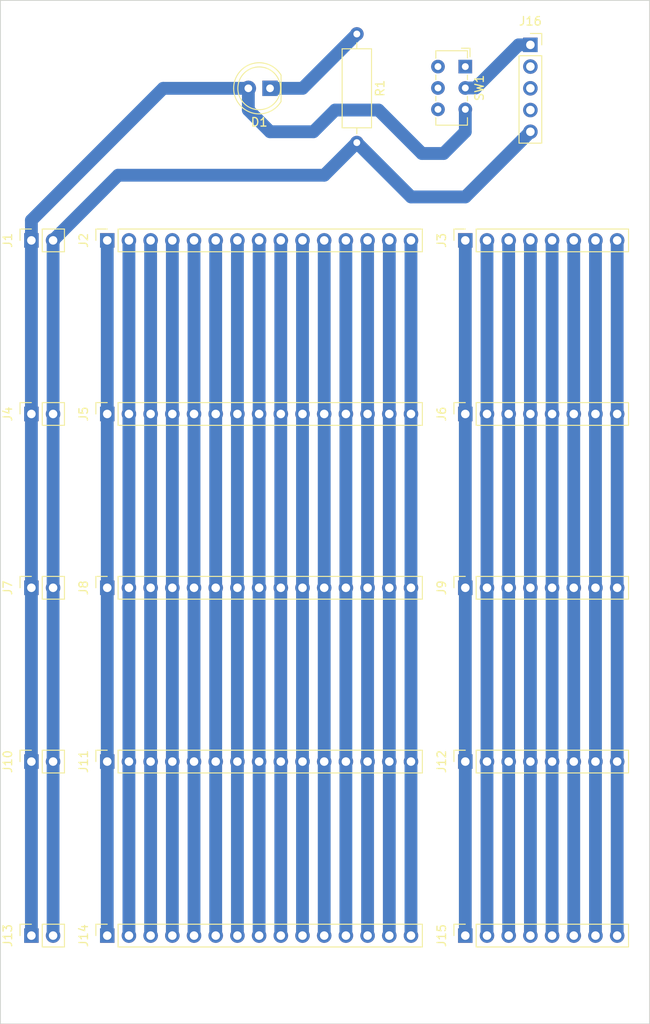
<source format=kicad_pcb>
(kicad_pcb (version 20211014) (generator pcbnew)
  (layers (0 "F.Cu" signal) (31 "B.Cu" signal) (34 "B.Paste" user) (35 "F.Paste" user) (36 "B.SilkS" user "B.Silkscreen") (37 "F.SilkS" user "F.Silkscreen") (38 "B.Mask" user) (39 "F.Mask" user) (44 "Edge.Cuts" user))
  (net 0 "")
  (net 1 "Net-(D1-Pad1)")
  (net 2 "VBUS")
  (net 3 "GND")
  (net 4 "A0")
  (net 5 "A1")
  (net 6 "A2")
  (net 7 "A3")
  (net 8 "A4")
  (net 9 "A5")
  (net 10 "A6")
  (net 11 "A7")
  (net 12 "A8")
  (net 13 "A9")
  (net 14 "A10")
  (net 15 "A11")
  (net 16 "A12")
  (net 17 "A13")
  (net 18 "A14")
  (net 19 "D0")
  (net 20 "D1")
  (net 21 "D2")
  (net 22 "D3")
  (net 23 "D4")
  (net 24 "D5")
  (net 25 "D6")
  (net 26 "D7")
  (net 27 "+5V")
  (footprint "Connector_PinSocket_2.54mm:PinSocket_1x05_P2.54mm_Vertical" (layer "F.Cu") (at 81.28 35.56)
    (fp_text reference "J16" (at 0 -2.77) (layer "F.SilkS"))
    (fp_text value "Conn_01x05_Male")
    (fp_line (start -1.33 1.27) (end 1.33 1.27) (layer "F.SilkS") (width 0.12))
    (fp_line (start -1.33 1.27) (end -1.33 11.49) (layer "F.SilkS") (width 0.12))
    (fp_line (start 0 -1.33) (end 1.33 -1.33) (layer "F.SilkS") (width 0.12))
    (fp_line (start -1.33 11.49) (end 1.33 11.49) (layer "F.SilkS") (width 0.12))
    (fp_line (start 1.33 -1.33) (end 1.33 0) (layer "F.SilkS") (width 0.12))
    (fp_line (start 1.33 1.27) (end 1.33 11.49) (layer "F.SilkS") (width 0.12))
    (pad "1" thru_hole rect locked (at 0 0) (size 1.7 1.7) (drill 1) (layers *.Cu *.Mask) (net 27 "+5V"))
    (pad "2" thru_hole oval locked (at 0 2.54) (size 1.7 1.7) (drill 1) (layers *.Cu *.Mask))
    (pad "3" thru_hole oval locked (at 0 5.08) (size 1.7 1.7) (drill 1) (layers *.Cu *.Mask))
    (pad "4" thru_hole oval locked (at 0 7.62) (size 1.7 1.7) (drill 1) (layers *.Cu *.Mask))
    (pad "5" thru_hole oval locked (at 0 10.16) (size 1.7 1.7) (drill 1) (layers *.Cu *.Mask) (net 3 "GND"))
  )
  (footprint "Connector_PinSocket_2.54mm:PinSocket_1x08_P2.54mm_Vertical" (layer "F.Cu") (at 73.66 58.42 90)
    (fp_text reference "J3" (at 0 -2.77 90) (layer "F.SilkS"))
    (fp_text value "Conn_01x08")
    (fp_line (start -1.33 1.27) (end -1.33 19.11) (layer "F.SilkS") (width 0.12))
    (fp_line (start 1.33 1.27) (end 1.33 19.11) (layer "F.SilkS") (width 0.12))
    (fp_line (start -1.33 1.27) (end 1.33 1.27) (layer "F.SilkS") (width 0.12))
    (fp_line (start 1.33 -1.33) (end 1.33 0) (layer "F.SilkS") (width 0.12))
    (fp_line (start -1.33 19.11) (end 1.33 19.11) (layer "F.SilkS") (width 0.12))
    (fp_line (start 0 -1.33) (end 1.33 -1.33) (layer "F.SilkS") (width 0.12))
    (pad "1" thru_hole rect locked (at 0 0 90) (size 1.7 1.7) (drill 1) (layers *.Cu *.Mask) (net 19 "D0"))
    (pad "2" thru_hole oval locked (at 0 2.54 90) (size 1.7 1.7) (drill 1) (layers *.Cu *.Mask) (net 20 "D1"))
    (pad "3" thru_hole oval locked (at 0 5.08 90) (size 1.7 1.7) (drill 1) (layers *.Cu *.Mask) (net 21 "D2"))
    (pad "4" thru_hole oval locked (at 0 7.62 90) (size 1.7 1.7) (drill 1) (layers *.Cu *.Mask) (net 22 "D3"))
    (pad "5" thru_hole oval locked (at 0 10.16 90) (size 1.7 1.7) (drill 1) (layers *.Cu *.Mask) (net 23 "D4"))
    (pad "6" thru_hole oval locked (at 0 12.7 90) (size 1.7 1.7) (drill 1) (layers *.Cu *.Mask) (net 24 "D5"))
    (pad "7" thru_hole oval locked (at 0 15.24 90) (size 1.7 1.7) (drill 1) (layers *.Cu *.Mask) (net 25 "D6"))
    (pad "8" thru_hole oval locked (at 0 17.78 90) (size 1.7 1.7) (drill 1) (layers *.Cu *.Mask) (net 26 "D7"))
  )
  (footprint "Connector_PinSocket_2.54mm:PinSocket_1x08_P2.54mm_Vertical" (layer "F.Cu") (at 73.66 99.035 90)
    (fp_text reference "J9" (at 0 -2.77 90) (layer "F.SilkS"))
    (fp_text value "Conn_01x08")
    (fp_line (start -1.33 19.11) (end 1.33 19.11) (layer "F.SilkS") (width 0.12))
    (fp_line (start 1.33 -1.33) (end 1.33 0) (layer "F.SilkS") (width 0.12))
    (fp_line (start -1.33 1.27) (end 1.33 1.27) (layer "F.SilkS") (width 0.12))
    (fp_line (start -1.33 1.27) (end -1.33 19.11) (layer "F.SilkS") (width 0.12))
    (fp_line (start 0 -1.33) (end 1.33 -1.33) (layer "F.SilkS") (width 0.12))
    (fp_line (start 1.33 1.27) (end 1.33 19.11) (layer "F.SilkS") (width 0.12))
    (pad "1" thru_hole rect locked (at 0 0 90) (size 1.7 1.7) (drill 1) (layers *.Cu *.Mask) (net 19 "D0"))
    (pad "2" thru_hole oval locked (at 0 2.54 90) (size 1.7 1.7) (drill 1) (layers *.Cu *.Mask) (net 20 "D1"))
    (pad "3" thru_hole oval locked (at 0 5.08 90) (size 1.7 1.7) (drill 1) (layers *.Cu *.Mask) (net 21 "D2"))
    (pad "4" thru_hole oval locked (at 0 7.62 90) (size 1.7 1.7) (drill 1) (layers *.Cu *.Mask) (net 22 "D3"))
    (pad "5" thru_hole oval locked (at 0 10.16 90) (size 1.7 1.7) (drill 1) (layers *.Cu *.Mask) (net 23 "D4"))
    (pad "6" thru_hole oval locked (at 0 12.7 90) (size 1.7 1.7) (drill 1) (layers *.Cu *.Mask) (net 24 "D5"))
    (pad "7" thru_hole oval locked (at 0 15.24 90) (size 1.7 1.7) (drill 1) (layers *.Cu *.Mask) (net 25 "D6"))
    (pad "8" thru_hole oval locked (at 0 17.78 90) (size 1.7 1.7) (drill 1) (layers *.Cu *.Mask) (net 26 "D7"))
  )
  (footprint "Connector_PinSocket_2.54mm:PinSocket_1x02_P2.54mm_Vertical" (layer "F.Cu") (at 22.86 58.42 90)
    (fp_text reference "J1" (at 0 -2.77 90) (layer "F.SilkS"))
    (fp_text value "Conn_01x02")
    (fp_line (start 1.33 -1.33) (end 1.33 0) (layer "F.SilkS") (width 0.12))
    (fp_line (start -1.33 3.87) (end 1.33 3.87) (layer "F.SilkS") (width 0.12))
    (fp_line (start -1.33 1.27) (end 1.33 1.27) (layer "F.SilkS") (width 0.12))
    (fp_line (start 0 -1.33) (end 1.33 -1.33) (layer "F.SilkS") (width 0.12))
    (fp_line (start -1.33 1.27) (end -1.33 3.87) (layer "F.SilkS") (width 0.12))
    (fp_line (start 1.33 1.27) (end 1.33 3.87) (layer "F.SilkS") (width 0.12))
    (pad "1" thru_hole rect locked (at 0 0 90) (size 1.7 1.7) (drill 1) (layers *.Cu *.Mask) (net 2 "VBUS"))
    (pad "2" thru_hole oval locked (at 0 2.54 90) (size 1.7 1.7) (drill 1) (layers *.Cu *.Mask) (net 3 "GND"))
  )
  (footprint "Connector_PinSocket_2.54mm:PinSocket_1x15_P2.54mm_Vertical" (layer "F.Cu") (at 31.74 99.035 90)
    (fp_text reference "J8" (at 0 -2.77 90) (layer "F.SilkS"))
    (fp_text value "Conn_01x15")
    (fp_line (start 1.33 -1.33) (end 1.33 0) (layer "F.SilkS") (width 0.12))
    (fp_line (start -1.33 1.27) (end -1.33 36.89) (layer "F.SilkS") (width 0.12))
    (fp_line (start 0 -1.33) (end 1.33 -1.33) (layer "F.SilkS") (width 0.12))
    (fp_line (start -1.33 1.27) (end 1.33 1.27) (layer "F.SilkS") (width 0.12))
    (fp_line (start -1.33 36.89) (end 1.33 36.89) (layer "F.SilkS") (width 0.12))
    (fp_line (start 1.33 1.27) (end 1.33 36.89) (layer "F.SilkS") (width 0.12))
    (pad "1" thru_hole rect locked (at 0 0 90) (size 1.7 1.7) (drill 1) (layers *.Cu *.Mask) (net 4 "A0"))
    (pad "2" thru_hole oval locked (at 0 2.54 90) (size 1.7 1.7) (drill 1) (layers *.Cu *.Mask) (net 5 "A1"))
    (pad "3" thru_hole oval locked (at 0 5.08 90) (size 1.7 1.7) (drill 1) (layers *.Cu *.Mask) (net 6 "A2"))
    (pad "4" thru_hole oval locked (at 0 7.62 90) (size 1.7 1.7) (drill 1) (layers *.Cu *.Mask) (net 7 "A3"))
    (pad "5" thru_hole oval locked (at 0 10.16 90) (size 1.7 1.7) (drill 1) (layers *.Cu *.Mask) (net 8 "A4"))
    (pad "6" thru_hole oval locked (at 0 12.7 90) (size 1.7 1.7) (drill 1) (layers *.Cu *.Mask) (net 9 "A5"))
    (pad "7" thru_hole oval locked (at 0 15.24 90) (size 1.7 1.7) (drill 1) (layers *.Cu *.Mask) (net 10 "A6"))
    (pad "8" thru_hole oval locked (at 0 17.78 90) (size 1.7 1.7) (drill 1) (layers *.Cu *.Mask) (net 11 "A7"))
    (pad "9" thru_hole oval locked (at 0 20.32 90) (size 1.7 1.7) (drill 1) (layers *.Cu *.Mask) (net 12 "A8"))
    (pad "10" thru_hole oval locked (at 0 22.86 90) (size 1.7 1.7) (drill 1) (layers *.Cu *.Mask) (net 13 "A9"))
    (pad "11" thru_hole oval locked (at 0 25.4 90) (size 1.7 1.7) (drill 1) (layers *.Cu *.Mask) (net 14 "A10"))
    (pad "12" thru_hole oval locked (at 0 27.94 90) (size 1.7 1.7) (drill 1) (layers *.Cu *.Mask) (net 15 "A11"))
    (pad "13" thru_hole oval locked (at 0 30.48 90) (size 1.7 1.7) (drill 1) (layers *.Cu *.Mask) (net 16 "A12"))
    (pad "14" thru_hole oval locked (at 0 33.02 90) (size 1.7 1.7) (drill 1) (layers *.Cu *.Mask) (net 17 "A13"))
    (pad "15" thru_hole oval locked (at 0 35.56 90) (size 1.7 1.7) (drill 1) (layers *.Cu *.Mask) (net 18 "A14"))
  )
  (footprint "Connector_PinSocket_2.54mm:PinSocket_1x08_P2.54mm_Vertical" (layer "F.Cu") (at 73.66 139.7 90)
    (fp_text reference "J15" (at 0 -2.77 90) (layer "F.SilkS"))
    (fp_text value "Conn_01x08")
    (fp_line (start -1.33 19.11) (end 1.33 19.11) (layer "F.SilkS") (width 0.12))
    (fp_line (start 0 -1.33) (end 1.33 -1.33) (layer "F.SilkS") (width 0.12))
    (fp_line (start 1.33 -1.33) (end 1.33 0) (layer "F.SilkS") (width 0.12))
    (fp_line (start -1.33 1.27) (end 1.33 1.27) (layer "F.SilkS") (width 0.12))
    (fp_line (start -1.33 1.27) (end -1.33 19.11) (layer "F.SilkS") (width 0.12))
    (fp_line (start 1.33 1.27) (end 1.33 19.11) (layer "F.SilkS") (width 0.12))
    (pad "1" thru_hole rect locked (at 0 0 90) (size 1.7 1.7) (drill 1) (layers *.Cu *.Mask) (net 19 "D0"))
    (pad "2" thru_hole oval locked (at 0 2.54 90) (size 1.7 1.7) (drill 1) (layers *.Cu *.Mask) (net 20 "D1"))
    (pad "3" thru_hole oval locked (at 0 5.08 90) (size 1.7 1.7) (drill 1) (layers *.Cu *.Mask) (net 21 "D2"))
    (pad "4" thru_hole oval locked (at 0 7.62 90) (size 1.7 1.7) (drill 1) (layers *.Cu *.Mask) (net 22 "D3"))
    (pad "5" thru_hole oval locked (at 0 10.16 90) (size 1.7 1.7) (drill 1) (layers *.Cu *.Mask) (net 23 "D4"))
    (pad "6" thru_hole oval locked (at 0 12.7 90) (size 1.7 1.7) (drill 1) (layers *.Cu *.Mask) (net 24 "D5"))
    (pad "7" thru_hole oval locked (at 0 15.24 90) (size 1.7 1.7) (drill 1) (layers *.Cu *.Mask) (net 25 "D6"))
    (pad "8" thru_hole oval locked (at 0 17.78 90) (size 1.7 1.7) (drill 1) (layers *.Cu *.Mask) (net 26 "D7"))
  )
  (footprint "Button_Switch_THT:SW_E-Switch_EG1271_DPDT" (layer "F.Cu") (at 73.66 38.1 -90)
    (fp_text reference "SW1" (at 2.5 -1.65 90) (layer "F.SilkS"))
    (fp_text value "SW_Push_DPDT")
    (fp_line (start -2.15 -0.55) (end -1.15 -0.55) (layer "F.SilkS") (width 0.12))
    (fp_line (start 1 -0.25) (end 1.53 -0.25) (layer "F.SilkS") (width 0.12))
    (fp_line (start 3.47 -0.25) (end 4.03 -0.25) (layer "F.SilkS") (width 0.12))
    (fp_line (start 6.85 -0.25) (end 6.85 3.45) (layer "F.SilkS") (width 0.12))
    (fp_line (start 4.02 3.45) (end 3.47 3.45) (layer "F.SilkS") (width 0.12))
    (fp_line (start -1.85 -0.25) (end -1 -0.25) (layer "F.SilkS") (width 0.12))
    (fp_line (start 5.97 -0.25) (end 6.85 -0.25) (layer "F.SilkS") (width 0.12))
    (fp_line (start -1.85 3.45) (end -1.85 -0.25) (layer "F.SilkS") (width 0.12))
    (fp_line (start 6.85 3.45) (end 5.98 3.45) (layer "F.SilkS") (width 0.12))
    (fp_line (start 1.53 3.45) (end 0.97 3.45) (layer "F.SilkS") (width 0.12))
    (fp_line (start -0.97 3.45) (end -1.85 3.45) (layer "F.SilkS") (width 0.12))
    (fp_line (start -2.15 0.45) (end -2.15 -0.55) (layer "F.SilkS") (width 0.12))
    (pad "1" thru_hole rect locked (at 0 0 270) (size 1.6 1.6) (drill 0.8) (layers *.Cu *.Mask))
    (pad "2" thru_hole circle locked (at 2.5 0 270) (size 1.6 1.6) (drill 0.8) (layers *.Cu *.Mask) (net 27 "+5V"))
    (pad "3" thru_hole circle locked (at 5 0 270) (size 1.6 1.6) (drill 0.8) (layers *.Cu *.Mask) (net 2 "VBUS"))
    (pad "4" thru_hole circle locked (at 0 3.2 270) (size 1.6 1.6) (drill 0.8) (layers *.Cu *.Mask))
    (pad "5" thru_hole circle locked (at 2.5 3.2 270) (size 1.6 1.6) (drill 0.8) (layers *.Cu *.Mask))
    (pad "6" thru_hole circle locked (at 5 3.2 270) (size 1.6 1.6) (drill 0.8) (layers *.Cu *.Mask))
  )
  (footprint "LED_THT:LED_D5.0mm" (layer "F.Cu") (at 50.8 40.64 180)
    (fp_text reference "D1" (at 1.27 -3.96) (layer "F.SilkS"))
    (fp_text value "LED")
    (fp_line (start -1.29 -1.545) (end -1.29 1.545) (layer "F.SilkS") (width 0.12))
    (fp_arc (start -1.29 -1.54483) (mid 2.072002 -2.880433) (end 4.26 0.000462) (layer "F.SilkS") (width 0.12))
    (fp_arc (start 4.26 -0.000462) (mid 2.072002 2.880433) (end -1.29 1.54483) (layer "F.SilkS") (width 0.12))
    (fp_circle (center 1.27 0) (end 3.77 0) (layer "F.SilkS") (width 0.12) (fill none))
    (pad "1" thru_hole rect locked (at 0 0 180) (size 1.8 1.8) (drill 0.9) (layers *.Cu *.Mask) (net 1 "Net-(D1-Pad1)"))
    (pad "2" thru_hole circle locked (at 2.54 0 180) (size 1.8 1.8) (drill 0.9) (layers *.Cu *.Mask) (net 2 "VBUS"))
  )
  (footprint "Connector_PinSocket_2.54mm:PinSocket_1x15_P2.54mm_Vertical" (layer "F.Cu") (at 31.74 119.355 90)
    (fp_text reference "J11" (at 0 -2.77 90) (layer "F.SilkS"))
    (fp_text value "Conn_01x15")
    (fp_line (start 1.33 -1.33) (end 1.33 0) (layer "F.SilkS") (width 0.12))
    (fp_line (start -1.33 1.27) (end 1.33 1.27) (layer "F.SilkS") (width 0.12))
    (fp_line (start 0 -1.33) (end 1.33 -1.33) (layer "F.SilkS") (width 0.12))
    (fp_line (start -1.33 1.27) (end -1.33 36.89) (layer "F.SilkS") (width 0.12))
    (fp_line (start 1.33 1.27) (end 1.33 36.89) (layer "F.SilkS") (width 0.12))
    (fp_line (start -1.33 36.89) (end 1.33 36.89) (layer "F.SilkS") (width 0.12))
    (pad "1" thru_hole rect locked (at 0 0 90) (size 1.7 1.7) (drill 1) (layers *.Cu *.Mask) (net 4 "A0"))
    (pad "2" thru_hole oval locked (at 0 2.54 90) (size 1.7 1.7) (drill 1) (layers *.Cu *.Mask) (net 5 "A1"))
    (pad "3" thru_hole oval locked (at 0 5.08 90) (size 1.7 1.7) (drill 1) (layers *.Cu *.Mask) (net 6 "A2"))
    (pad "4" thru_hole oval locked (at 0 7.62 90) (size 1.7 1.7) (drill 1) (layers *.Cu *.Mask) (net 7 "A3"))
    (pad "5" thru_hole oval locked (at 0 10.16 90) (size 1.7 1.7) (drill 1) (layers *.Cu *.Mask) (net 8 "A4"))
    (pad "6" thru_hole oval locked (at 0 12.7 90) (size 1.7 1.7) (drill 1) (layers *.Cu *.Mask) (net 9 "A5"))
    (pad "7" thru_hole oval locked (at 0 15.24 90) (size 1.7 1.7) (drill 1) (layers *.Cu *.Mask) (net 10 "A6"))
    (pad "8" thru_hole oval locked (at 0 17.78 90) (size 1.7 1.7) (drill 1) (layers *.Cu *.Mask) (net 11 "A7"))
    (pad "9" thru_hole oval locked (at 0 20.32 90) (size 1.7 1.7) (drill 1) (layers *.Cu *.Mask) (net 12 "A8"))
    (pad "10" thru_hole oval locked (at 0 22.86 90) (size 1.7 1.7) (drill 1) (layers *.Cu *.Mask) (net 13 "A9"))
    (pad "11" thru_hole oval locked (at 0 25.4 90) (size 1.7 1.7) (drill 1) (layers *.Cu *.Mask) (net 14 "A10"))
    (pad "12" thru_hole oval locked (at 0 27.94 90) (size 1.7 1.7) (drill 1) (layers *.Cu *.Mask) (net 15 "A11"))
    (pad "13" thru_hole oval locked (at 0 30.48 90) (size 1.7 1.7) (drill 1) (layers *.Cu *.Mask) (net 16 "A12"))
    (pad "14" thru_hole oval locked (at 0 33.02 90) (size 1.7 1.7) (drill 1) (layers *.Cu *.Mask) (net 17 "A13"))
    (pad "15" thru_hole oval locked (at 0 35.56 90) (size 1.7 1.7) (drill 1) (layers *.Cu *.Mask) (net 18 "A14"))
  )
  (footprint "Connector_PinSocket_2.54mm:PinSocket_1x15_P2.54mm_Vertical" (layer "F.Cu") (at 31.74 58.42 90)
    (fp_text reference "J2" (at 0 -2.77 90) (layer "F.SilkS"))
    (fp_text value "Conn_01x15")
    (fp_line (start -1.33 1.27) (end 1.33 1.27) (layer "F.SilkS") (width 0.12))
    (fp_line (start 1.33 1.27) (end 1.33 36.89) (layer "F.SilkS") (width 0.12))
    (fp_line (start -1.33 1.27) (end -1.33 36.89) (layer "F.SilkS") (width 0.12))
    (fp_line (start -1.33 36.89) (end 1.33 36.89) (layer "F.SilkS") (width 0.12))
    (fp_line (start 1.33 -1.33) (end 1.33 0) (layer "F.SilkS") (width 0.12))
    (fp_line (start 0 -1.33) (end 1.33 -1.33) (layer "F.SilkS") (width 0.12))
    (pad "1" thru_hole rect locked (at 0 0 90) (size 1.7 1.7) (drill 1) (layers *.Cu *.Mask) (net 4 "A0"))
    (pad "2" thru_hole oval locked (at 0 2.54 90) (size 1.7 1.7) (drill 1) (layers *.Cu *.Mask) (net 5 "A1"))
    (pad "3" thru_hole oval locked (at 0 5.08 90) (size 1.7 1.7) (drill 1) (layers *.Cu *.Mask) (net 6 "A2"))
    (pad "4" thru_hole oval locked (at 0 7.62 90) (size 1.7 1.7) (drill 1) (layers *.Cu *.Mask) (net 7 "A3"))
    (pad "5" thru_hole oval locked (at 0 10.16 90) (size 1.7 1.7) (drill 1) (layers *.Cu *.Mask) (net 8 "A4"))
    (pad "6" thru_hole oval locked (at 0 12.7 90) (size 1.7 1.7) (drill 1) (layers *.Cu *.Mask) (net 9 "A5"))
    (pad "7" thru_hole oval locked (at 0 15.24 90) (size 1.7 1.7) (drill 1) (layers *.Cu *.Mask) (net 10 "A6"))
    (pad "8" thru_hole oval locked (at 0 17.78 90) (size 1.7 1.7) (drill 1) (layers *.Cu *.Mask) (net 11 "A7"))
    (pad "9" thru_hole oval locked (at 0 20.32 90) (size 1.7 1.7) (drill 1) (layers *.Cu *.Mask) (net 12 "A8"))
    (pad "10" thru_hole oval locked (at 0 22.86 90) (size 1.7 1.7) (drill 1) (layers *.Cu *.Mask) (net 13 "A9"))
    (pad "11" thru_hole oval locked (at 0 25.4 90) (size 1.7 1.7) (drill 1) (layers *.Cu *.Mask) (net 14 "A10"))
    (pad "12" thru_hole oval locked (at 0 27.94 90) (size 1.7 1.7) (drill 1) (layers *.Cu *.Mask) (net 15 "A11"))
    (pad "13" thru_hole oval locked (at 0 30.48 90) (size 1.7 1.7) (drill 1) (layers *.Cu *.Mask) (net 16 "A12"))
    (pad "14" thru_hole oval locked (at 0 33.02 90) (size 1.7 1.7) (drill 1) (layers *.Cu *.Mask) (net 17 "A13"))
    (pad "15" thru_hole oval locked (at 0 35.56 90) (size 1.7 1.7) (drill 1) (layers *.Cu *.Mask) (net 18 "A14"))
  )
  (footprint "Connector_PinSocket_2.54mm:PinSocket_1x02_P2.54mm_Vertical" (layer "F.Cu") (at 22.86 78.715 90)
    (fp_text reference "J4" (at 0 -2.77 90) (layer "F.SilkS"))
    (fp_text value "Conn_01x02")
    (fp_line (start 0 -1.33) (end 1.33 -1.33) (layer "F.SilkS") (width 0.12))
    (fp_line (start -1.33 1.27) (end -1.33 3.87) (layer "F.SilkS") (width 0.12))
    (fp_line (start 1.33 1.27) (end 1.33 3.87) (layer "F.SilkS") (width 0.12))
    (fp_line (start -1.33 1.27) (end 1.33 1.27) (layer "F.SilkS") (width 0.12))
    (fp_line (start 1.33 -1.33) (end 1.33 0) (layer "F.SilkS") (width 0.12))
    (fp_line (start -1.33 3.87) (end 1.33 3.87) (layer "F.SilkS") (width 0.12))
    (pad "1" thru_hole rect locked (at 0 0 90) (size 1.7 1.7) (drill 1) (layers *.Cu *.Mask) (net 2 "VBUS"))
    (pad "2" thru_hole oval locked (at 0 2.54 90) (size 1.7 1.7) (drill 1) (layers *.Cu *.Mask) (net 3 "GND"))
  )
  (footprint "Connector_PinSocket_2.54mm:PinSocket_1x15_P2.54mm_Vertical" (layer "F.Cu") (at 31.74 139.7 90)
    (fp_text reference "J14" (at 0 -2.77 90) (layer "F.SilkS"))
    (fp_text value "Conn_01x15")
    (fp_line (start -1.33 1.27) (end -1.33 36.89) (layer "F.SilkS") (width 0.12))
    (fp_line (start -1.33 36.89) (end 1.33 36.89) (layer "F.SilkS") (width 0.12))
    (fp_line (start 0 -1.33) (end 1.33 -1.33) (layer "F.SilkS") (width 0.12))
    (fp_line (start 1.33 1.27) (end 1.33 36.89) (layer "F.SilkS") (width 0.12))
    (fp_line (start -1.33 1.27) (end 1.33 1.27) (layer "F.SilkS") (width 0.12))
    (fp_line (start 1.33 -1.33) (end 1.33 0) (layer "F.SilkS") (width 0.12))
    (pad "1" thru_hole rect locked (at 0 0 90) (size 1.7 1.7) (drill 1) (layers *.Cu *.Mask) (net 4 "A0"))
    (pad "2" thru_hole oval locked (at 0 2.54 90) (size 1.7 1.7) (drill 1) (layers *.Cu *.Mask) (net 5 "A1"))
    (pad "3" thru_hole oval locked (at 0 5.08 90) (size 1.7 1.7) (drill 1) (layers *.Cu *.Mask) (net 6 "A2"))
    (pad "4" thru_hole oval locked (at 0 7.62 90) (size 1.7 1.7) (drill 1) (layers *.Cu *.Mask) (net 7 "A3"))
    (pad "5" thru_hole oval locked (at 0 10.16 90) (size 1.7 1.7) (drill 1) (layers *.Cu *.Mask) (net 8 "A4"))
    (pad "6" thru_hole oval locked (at 0 12.7 90) (size 1.7 1.7) (drill 1) (layers *.Cu *.Mask) (net 9 "A5"))
    (pad "7" thru_hole oval locked (at 0 15.24 90) (size 1.7 1.7) (drill 1) (layers *.Cu *.Mask) (net 10 "A6"))
    (pad "8" thru_hole oval locked (at 0 17.78 90) (size 1.7 1.7) (drill 1) (layers *.Cu *.Mask) (net 11 "A7"))
    (pad "9" thru_hole oval locked (at 0 20.32 90) (size 1.7 1.7) (drill 1) (layers *.Cu *.Mask) (net 12 "A8"))
    (pad "10" thru_hole oval locked (at 0 22.86 90) (size 1.7 1.7) (drill 1) (layers *.Cu *.Mask) (net 13 "A9"))
    (pad "11" thru_hole oval locked (at 0 25.4 90) (size 1.7 1.7) (drill 1) (layers *.Cu *.Mask) (net 14 "A10"))
    (pad "12" thru_hole oval locked (at 0 27.94 90) (size 1.7 1.7) (drill 1) (layers *.Cu *.Mask) (net 15 "A11"))
    (pad "13" thru_hole oval locked (at 0 30.48 90) (size 1.7 1.7) (drill 1) (layers *.Cu *.Mask) (net 16 "A12"))
    (pad "14" thru_hole oval locked (at 0 33.02 90) (size 1.7 1.7) (drill 1) (layers *.Cu *.Mask) (net 17 "A13"))
    (pad "15" thru_hole oval locked (at 0 35.56 90) (size 1.7 1.7) (drill 1) (layers *.Cu *.Mask) (net 18 "A14"))
  )
  (footprint "Connector_PinSocket_2.54mm:PinSocket_1x08_P2.54mm_Vertical" (layer "F.Cu") (at 73.66 119.355 90)
    (fp_text reference "J12" (at 0 -2.77 90) (layer "F.SilkS"))
    (fp_text value "Conn_01x08")
    (fp_line (start -1.33 1.27) (end -1.33 19.11) (layer "F.SilkS") (width 0.12))
    (fp_line (start -1.33 1.27) (end 1.33 1.27) (layer "F.SilkS") (width 0.12))
    (fp_line (start -1.33 19.11) (end 1.33 19.11) (layer "F.SilkS") (width 0.12))
    (fp_line (start 0 -1.33) (end 1.33 -1.33) (layer "F.SilkS") (width 0.12))
    (fp_line (start 1.33 1.27) (end 1.33 19.11) (layer "F.SilkS") (width 0.12))
    (fp_line (start 1.33 -1.33) (end 1.33 0) (layer "F.SilkS") (width 0.12))
    (pad "1" thru_hole rect locked (at 0 0 90) (size 1.7 1.7) (drill 1) (layers *.Cu *.Mask) (net 19 "D0"))
    (pad "2" thru_hole oval locked (at 0 2.54 90) (size 1.7 1.7) (drill 1) (layers *.Cu *.Mask) (net 20 "D1"))
    (pad "3" thru_hole oval locked (at 0 5.08 90) (size 1.7 1.7) (drill 1) (layers *.Cu *.Mask) (net 21 "D2"))
    (pad "4" thru_hole oval locked (at 0 7.62 90) (size 1.7 1.7) (drill 1) (layers *.Cu *.Mask) (net 22 "D3"))
    (pad "5" thru_hole oval locked (at 0 10.16 90) (size 1.7 1.7) (drill 1) (layers *.Cu *.Mask) (net 23 "D4"))
    (pad "6" thru_hole oval locked (at 0 12.7 90) (size 1.7 1.7) (drill 1) (layers *.Cu *.Mask) (net 24 "D5"))
    (pad "7" thru_hole oval locked (at 0 15.24 90) (size 1.7 1.7) (drill 1) (layers *.Cu *.Mask) (net 25 "D6"))
    (pad "8" thru_hole oval locked (at 0 17.78 90) (size 1.7 1.7) (drill 1) (layers *.Cu *.Mask) (net 26 "D7"))
  )
  (footprint "Connector_PinSocket_2.54mm:PinSocket_1x08_P2.54mm_Vertical" (layer "F.Cu") (at 73.66 78.715 90)
    (fp_text reference "J6" (at 0 -2.77 90) (layer "F.SilkS"))
    (fp_text value "Conn_01x08")
    (fp_line (start -1.33 1.27) (end 1.33 1.27) (layer "F.SilkS") (width 0.12))
    (fp_line (start 1.33 1.27) (end 1.33 19.11) (layer "F.SilkS") (width 0.12))
    (fp_line (start 1.33 -1.33) (end 1.33 0) (layer "F.SilkS") (width 0.12))
    (fp_line (start -1.33 1.27) (end -1.33 19.11) (layer "F.SilkS") (width 0.12))
    (fp_line (start 0 -1.33) (end 1.33 -1.33) (layer "F.SilkS") (width 0.12))
    (fp_line (start -1.33 19.11) (end 1.33 19.11) (layer "F.SilkS") (width 0.12))
    (pad "1" thru_hole rect locked (at 0 0 90) (size 1.7 1.7) (drill 1) (layers *.Cu *.Mask) (net 19 "D0"))
    (pad "2" thru_hole oval locked (at 0 2.54 90) (size 1.7 1.7) (drill 1) (layers *.Cu *.Mask) (net 20 "D1"))
    (pad "3" thru_hole oval locked (at 0 5.08 90) (size 1.7 1.7) (drill 1) (layers *.Cu *.Mask) (net 21 "D2"))
    (pad "4" thru_hole oval locked (at 0 7.62 90) (size 1.7 1.7) (drill 1) (layers *.Cu *.Mask) (net 22 "D3"))
    (pad "5" thru_hole oval locked (at 0 10.16 90) (size 1.7 1.7) (drill 1) (layers *.Cu *.Mask) (net 23 "D4"))
    (pad "6" thru_hole oval locked (at 0 12.7 90) (size 1.7 1.7) (drill 1) (layers *.Cu *.Mask) (net 24 "D5"))
    (pad "7" thru_hole oval locked (at 0 15.24 90) (size 1.7 1.7) (drill 1) (layers *.Cu *.Mask) (net 25 "D6"))
    (pad "8" thru_hole oval locked (at 0 17.78 90) (size 1.7 1.7) (drill 1) (layers *.Cu *.Mask) (net 26 "D7"))
  )
  (footprint "Connector_PinSocket_2.54mm:PinSocket_1x02_P2.54mm_Vertical" (layer "F.Cu") (at 22.86 99.035 90)
    (fp_text reference "J7" (at 0 -2.77 90) (layer "F.SilkS"))
    (fp_text value "Conn_01x02")
    (fp_line (start 1.33 1.27) (end 1.33 3.87) (layer "F.SilkS") (width 0.12))
    (fp_line (start 0 -1.33) (end 1.33 -1.33) (layer "F.SilkS") (width 0.12))
    (fp_line (start -1.33 1.27) (end 1.33 1.27) (layer "F.SilkS") (width 0.12))
    (fp_line (start 1.33 -1.33) (end 1.33 0) (layer "F.SilkS") (width 0.12))
    (fp_line (start -1.33 3.87) (end 1.33 3.87) (layer "F.SilkS") (width 0.12))
    (fp_line (start -1.33 1.27) (end -1.33 3.87) (layer "F.SilkS") (width 0.12))
    (pad "1" thru_hole rect locked (at 0 0 90) (size 1.7 1.7) (drill 1) (layers *.Cu *.Mask) (net 2 "VBUS"))
    (pad "2" thru_hole oval locked (at 0 2.54 90) (size 1.7 1.7) (drill 1) (layers *.Cu *.Mask) (net 3 "GND"))
  )
  (footprint "Connector_PinSocket_2.54mm:PinSocket_1x15_P2.54mm_Vertical" (layer "F.Cu") (at 31.74 78.715 90)
    (fp_text reference "J5" (at 0 -2.77 90) (layer "F.SilkS"))
    (fp_text value "Conn_01x15")
    (fp_line (start -1.33 1.27) (end -1.33 36.89) (layer "F.SilkS") (width 0.12))
    (fp_line (start 1.33 1.27) (end 1.33 36.89) (layer "F.SilkS") (width 0.12))
    (fp_line (start 1.33 -1.33) (end 1.33 0) (layer "F.SilkS") (width 0.12))
    (fp_line (start -1.33 36.89) (end 1.33 36.89) (layer "F.SilkS") (width 0.12))
    (fp_line (start -1.33 1.27) (end 1.33 1.27) (layer "F.SilkS") (width 0.12))
    (fp_line (start 0 -1.33) (end 1.33 -1.33) (layer "F.SilkS") (width 0.12))
    (pad "1" thru_hole rect locked (at 0 0 90) (size 1.7 1.7) (drill 1) (layers *.Cu *.Mask) (net 4 "A0"))
    (pad "2" thru_hole oval locked (at 0 2.54 90) (size 1.7 1.7) (drill 1) (layers *.Cu *.Mask) (net 5 "A1"))
    (pad "3" thru_hole oval locked (at 0 5.08 90) (size 1.7 1.7) (drill 1) (layers *.Cu *.Mask) (net 6 "A2"))
    (pad "4" thru_hole oval locked (at 0 7.62 90) (size 1.7 1.7) (drill 1) (layers *.Cu *.Mask) (net 7 "A3"))
    (pad "5" thru_hole oval locked (at 0 10.16 90) (size 1.7 1.7) (drill 1) (layers *.Cu *.Mask) (net 8 "A4"))
    (pad "6" thru_hole oval locked (at 0 12.7 90) (size 1.7 1.7) (drill 1) (layers *.Cu *.Mask) (net 9 "A5"))
    (pad "7" thru_hole oval locked (at 0 15.24 90) (size 1.7 1.7) (drill 1) (layers *.Cu *.Mask) (net 10 "A6"))
    (pad "8" thru_hole oval locked (at 0 17.78 90) (size 1.7 1.7) (drill 1) (layers *.Cu *.Mask) (net 11 "A7"))
    (pad "9" thru_hole oval locked (at 0 20.32 90) (size 1.7 1.7) (drill 1) (layers *.Cu *.Mask) (net 12 "A8"))
    (pad "10" thru_hole oval locked (at 0 22.86 90) (size 1.7 1.7) (drill 1) (layers *.Cu *.Mask) (net 13 "A9"))
    (pad "11" thru_hole oval locked (at 0 25.4 90) (size 1.7 1.7) (drill 1) (layers *.Cu *.Mask) (net 14 "A10"))
    (pad "12" thru_hole oval locked (at 0 27.94 90) (size 1.7 1.7) (drill 1) (layers *.Cu *.Mask) (net 15 "A11"))
    (pad "13" thru_hole oval locked (at 0 30.48 90) (size 1.7 1.7) (drill 1) (layers *.Cu *.Mask) (net 16 "A12"))
    (pad "14" thru_hole oval locked (at 0 33.02 90) (size 1.7 1.7) (drill 1) (layers *.Cu *.Mask) (net 17 "A13"))
    (pad "15" thru_hole oval locked (at 0 35.56 90) (size 1.7 1.7) (drill 1) (layers *.Cu *.Mask) (net 18 "A14"))
  )
  (footprint "Resistor_THT:R_Axial_DIN0309_L9.0mm_D3.2mm_P12.70mm_Horizontal" (layer "F.Cu") (at 60.96 34.29 -90)
    (fp_text reference "R1" (at 6.35 -2.72 90) (layer "F.SilkS"))
    (fp_text value "220")
    (fp_line (start 1.04 0) (end 1.73 0) (layer "F.SilkS") (width 0.12))
    (fp_line (start 11.66 0) (end 10.97 0) (layer "F.SilkS") (width 0.12))
    (fp_line (start 1.73 -1.72) (end 1.73 1.72) (layer "F.SilkS") (width 0.12))
    (fp_line (start 1.73 1.72) (end 10.97 1.72) (layer "F.SilkS") (width 0.12))
    (fp_line (start 10.97 -1.72) (end 1.73 -1.72) (layer "F.SilkS") (width 0.12))
    (fp_line (start 10.97 1.72) (end 10.97 -1.72) (layer "F.SilkS") (width 0.12))
    (pad "1" thru_hole circle locked (at 0 0 270) (size 1.6 1.6) (drill 0.8) (layers *.Cu *.Mask) (net 1 "Net-(D1-Pad1)"))
    (pad "2" thru_hole oval locked (at 12.7 0 270) (size 1.6 1.6) (drill 0.8) (layers *.Cu *.Mask) (net 3 "GND"))
  )
  (footprint "Connector_PinSocket_2.54mm:PinSocket_1x02_P2.54mm_Vertical" (layer "F.Cu") (at 22.86 119.355 90)
    (fp_text reference "J10" (at 0 -2.77 90) (layer "F.SilkS"))
    (fp_text value "Conn_01x02")
    (fp_line (start 1.33 -1.33) (end 1.33 0) (layer "F.SilkS") (width 0.12))
    (fp_line (start -1.33 1.27) (end -1.33 3.87) (layer "F.SilkS") (width 0.12))
    (fp_line (start -1.33 3.87) (end 1.33 3.87) (layer "F.SilkS") (width 0.12))
    (fp_line (start 0 -1.33) (end 1.33 -1.33) (layer "F.SilkS") (width 0.12))
    (fp_line (start -1.33 1.27) (end 1.33 1.27) (layer "F.SilkS") (width 0.12))
    (fp_line (start 1.33 1.27) (end 1.33 3.87) (layer "F.SilkS") (width 0.12))
    (pad "1" thru_hole rect locked (at 0 0 90) (size 1.7 1.7) (drill 1) (layers *.Cu *.Mask) (net 2 "VBUS"))
    (pad "2" thru_hole oval locked (at 0 2.54 90) (size 1.7 1.7) (drill 1) (layers *.Cu *.Mask) (net 3 "GND"))
  )
  (footprint "Connector_PinSocket_2.54mm:PinSocket_1x02_P2.54mm_Vertical" (layer "F.Cu") (at 22.86 139.7 90)
    (fp_text reference "J13" (at 0 -2.77 90) (layer "F.SilkS"))
    (fp_text value "Conn_01x02")
    (fp_line (start 0 -1.33) (end 1.33 -1.33) (layer "F.SilkS") (width 0.12))
    (fp_line (start -1.33 1.27) (end 1.33 1.27) (layer "F.SilkS") (width 0.12))
    (fp_line (start -1.33 3.87) (end 1.33 3.87) (layer "F.SilkS") (width 0.12))
    (fp_line (start 1.33 -1.33) (end 1.33 0) (layer "F.SilkS") (width 0.12))
    (fp_line (start -1.33 1.27) (end -1.33 3.87) (layer "F.SilkS") (width 0.12))
    (fp_line (start 1.33 1.27) (end 1.33 3.87) (layer "F.SilkS") (width 0.12))
    (pad "1" thru_hole rect locked (at 0 0 90) (size 1.7 1.7) (drill 1) (layers *.Cu *.Mask) (net 2 "VBUS"))
    (pad "2" thru_hole oval locked (at 0 2.54 90) (size 1.7 1.7) (drill 1) (layers *.Cu *.Mask) (net 3 "GND"))
  )
  (gr_rect (start 19.235 30.365) (end 95.235 150.025) (layer "Edge.Cuts") (width 0.1) (fill none))
  (segment (start 50.8 40.64) (end 54.61 40.64) (width 1.5) (layer "B.Cu") (net 1))
  (segment (start 54.61 40.64) (end 60.96 34.29) (width 1.5) (layer "B.Cu") (net 1))
  (segment (start 48.26 43.18) (end 48.26 40.64) (width 1.5) (layer "B.Cu") (net 2))
  (segment (start 73.66 43.1) (end 73.66 45.72) (width 1.5) (layer "B.Cu") (net 2))
  (segment (start 68.58 48.26) (end 63.5 43.18) (width 1.5) (layer "B.Cu") (net 2))
  (segment (start 50.8 45.72) (end 48.26 43.18) (width 1.5) (layer "B.Cu") (net 2))
  (segment (start 22.86 58.42) (end 22.86 56.07) (width 1.5) (layer "B.Cu") (net 2))
  (segment (start 73.66 45.72) (end 71.12 48.26) (width 1.5) (layer "B.Cu") (net 2))
  (segment (start 71.12 48.26) (end 68.58 48.26) (width 1.5) (layer "B.Cu") (net 2))
  (segment (start 38.29 40.64) (end 48.26 40.64) (width 1.5) (layer "B.Cu") (net 2))
  (segment (start 55.88 45.72) (end 50.8 45.72) (width 1.5) (layer "B.Cu") (net 2))
  (segment (start 22.86 58.42) (end 22.86 139.7) (width 1.5) (layer "B.Cu") (net 2))
  (segment (start 63.5 43.18) (end 58.42 43.18) (width 1.5) (layer "B.Cu") (net 2))
  (segment (start 58.42 43.18) (end 55.88 45.72) (width 1.5) (layer "B.Cu") (net 2))
  (segment (start 22.86 56.07) (end 38.29 40.64) (width 1.5) (layer "B.Cu") (net 2))
  (segment (start 81.28 45.72) (end 73.66 53.34) (width 1.5) (layer "B.Cu") (net 3))
  (segment (start 57.15 50.8) (end 33.02 50.8) (width 1.5) (layer "B.Cu") (net 3))
  (segment (start 33.02 50.8) (end 25.4 58.42) (width 1.5) (layer "B.Cu") (net 3))
  (segment (start 73.66 53.34) (end 67.31 53.34) (width 1.5) (layer "B.Cu") (net 3))
  (segment (start 67.31 53.34) (end 60.96 46.99) (width 1.5) (layer "B.Cu") (net 3))
  (segment (start 25.4 58.42) (end 25.4 139.7) (width 1.5) (layer "B.Cu") (net 3))
  (segment (start 60.96 46.99) (end 57.15 50.8) (width 1.5) (layer "B.Cu") (net 3))
  (segment (start 31.74 58.42) (end 31.74 139.7) (width 1.5) (layer "B.Cu") (net 4))
  (segment (start 34.28 139.7) (end 34.28 58.42) (width 1.5) (layer "B.Cu") (net 5))
  (segment (start 36.82 58.42) (end 36.82 139.7) (width 1.5) (layer "B.Cu") (net 6))
  (segment (start 39.36 139.7) (end 39.36 58.42) (width 1.5) (layer "B.Cu") (net 7))
  (segment (start 41.9 58.42) (end 41.9 139.7) (width 1.5) (layer "B.Cu") (net 8))
  (segment (start 44.44 139.7) (end 44.44 58.42) (width 1.5) (layer "B.Cu") (net 9))
  (segment (start 46.98 58.42) (end 46.98 139.7) (width 1.5) (layer "B.Cu") (net 10))
  (segment (start 49.52 139.7) (end 49.52 58.42) (width 1.5) (layer "B.Cu") (net 11))
  (segment (start 52.06 58.42) (end 52.06 139.7) (width 1.5) (layer "B.Cu") (net 12))
  (segment (start 54.6 139.7) (end 54.6 58.42) (width 1.5) (layer "B.Cu") (net 13))
  (segment (start 57.14 58.42) (end 57.14 139.7) (width 1.5) (layer "B.Cu") (net 14))
  (segment (start 59.68 139.7) (end 59.68 58.42) (width 1.5) (layer "B.Cu") (net 15))
  (segment (start 62.22 58.42) (end 62.22 139.7) (width 1.5) (layer "B.Cu") (net 16))
  (segment (start 64.76 139.7) (end 64.76 58.42) (width 1.5) (layer "B.Cu") (net 17))
  (segment (start 67.3 58.42) (end 67.3 139.7) (width 1.5) (layer "B.Cu") (net 18))
  (segment (start 73.66 58.42) (end 73.66 139.7) (width 1.5) (layer "B.Cu") (net 19))
  (segment (start 76.2 139.7) (end 76.2 58.42) (width 1.5) (layer "B.Cu") (net 20))
  (segment (start 78.74 58.42) (end 78.74 139.7) (width 1.5) (layer "B.Cu") (net 21))
  (segment (start 81.28 58.42) (end 81.28 139.7) (width 1.5) (layer "B.Cu") (net 22))
  (segment (start 83.82 139.7) (end 83.82 58.42) (width 1.5) (layer "B.Cu") (net 23))
  (segment (start 86.36 58.42) (end 86.36 139.7) (width 1.5) (layer "B.Cu") (net 24))
  (segment (start 88.9 139.7) (end 88.9 58.42) (width 1.5) (layer "B.Cu") (net 25))
  (segment (start 91.44 58.42) (end 91.44 139.7) (width 1.5) (layer "B.Cu") (net 26))
  (segment (start 74.859022 40.6) (end 79.899022 35.56) (width 1.5) (layer "B.Cu") (net 27))
  (segment (start 73.66 40.6) (end 74.859022 40.6) (width 1.5) (layer "B.Cu") (net 27))
  (segment (start 79.899022 35.56) (end 81.28 35.56) (width 1.5) (layer "B.Cu") (net 27))
)
</source>
